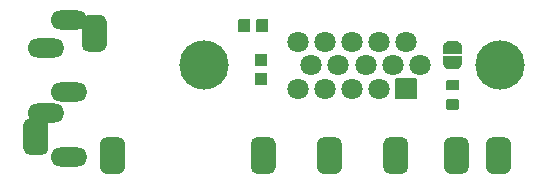
<source format=gbr>
G04 #@! TF.GenerationSoftware,KiCad,Pcbnew,(5.1.10-1-10_14)*
G04 #@! TF.CreationDate,2021-10-22T15:14:23-04:00*
G04 #@! TF.ProjectId,VGA2RT5X,56474132-5254-4355-982e-6b696361645f,1*
G04 #@! TF.SameCoordinates,Original*
G04 #@! TF.FileFunction,Soldermask,Top*
G04 #@! TF.FilePolarity,Negative*
%FSLAX46Y46*%
G04 Gerber Fmt 4.6, Leading zero omitted, Abs format (unit mm)*
G04 Created by KiCad (PCBNEW (5.1.10-1-10_14)) date 2021-10-22 15:14:23*
%MOMM*%
%LPD*%
G01*
G04 APERTURE LIST*
%ADD10C,0.152400*%
%ADD11O,3.117600X1.609600*%
%ADD12C,4.167600*%
%ADD13C,1.801600*%
G04 APERTURE END LIST*
D10*
G36*
X151249802Y-96653887D02*
G01*
X151249802Y-96635466D01*
X151250047Y-96630486D01*
X151254857Y-96581655D01*
X151255588Y-96576725D01*
X151265160Y-96528600D01*
X151266372Y-96523763D01*
X151280616Y-96476808D01*
X151282295Y-96472115D01*
X151301072Y-96426782D01*
X151303204Y-96422274D01*
X151326335Y-96379001D01*
X151328897Y-96374727D01*
X151356157Y-96333928D01*
X151359127Y-96329923D01*
X151390255Y-96291994D01*
X151393603Y-96288300D01*
X151428300Y-96253603D01*
X151431994Y-96250255D01*
X151469923Y-96219127D01*
X151473928Y-96216157D01*
X151514727Y-96188897D01*
X151519001Y-96186335D01*
X151562274Y-96163204D01*
X151566782Y-96161072D01*
X151612115Y-96142295D01*
X151616808Y-96140616D01*
X151663763Y-96126372D01*
X151668600Y-96125160D01*
X151716725Y-96115588D01*
X151721655Y-96114857D01*
X151770486Y-96110047D01*
X151775466Y-96109802D01*
X151793887Y-96109802D01*
X151800000Y-96109200D01*
X152300000Y-96109200D01*
X152306113Y-96109802D01*
X152324534Y-96109802D01*
X152329514Y-96110047D01*
X152378345Y-96114857D01*
X152383275Y-96115588D01*
X152431400Y-96125160D01*
X152436237Y-96126372D01*
X152483192Y-96140616D01*
X152487885Y-96142295D01*
X152533218Y-96161072D01*
X152537726Y-96163204D01*
X152580999Y-96186335D01*
X152585273Y-96188897D01*
X152626072Y-96216157D01*
X152630077Y-96219127D01*
X152668006Y-96250255D01*
X152671700Y-96253603D01*
X152706397Y-96288300D01*
X152709745Y-96291994D01*
X152740873Y-96329923D01*
X152743843Y-96333928D01*
X152771103Y-96374727D01*
X152773665Y-96379001D01*
X152796796Y-96422274D01*
X152798928Y-96426782D01*
X152817705Y-96472115D01*
X152819384Y-96476808D01*
X152833628Y-96523763D01*
X152834840Y-96528600D01*
X152844412Y-96576725D01*
X152845143Y-96581655D01*
X152849953Y-96630486D01*
X152850198Y-96635466D01*
X152850198Y-96653887D01*
X152850800Y-96660000D01*
X152850800Y-97160000D01*
X152849824Y-97169911D01*
X152846933Y-97179440D01*
X152842239Y-97188223D01*
X152835921Y-97195921D01*
X152828223Y-97202239D01*
X152819440Y-97206933D01*
X152809911Y-97209824D01*
X152800000Y-97210800D01*
X151300000Y-97210800D01*
X151290089Y-97209824D01*
X151280560Y-97206933D01*
X151271777Y-97202239D01*
X151264079Y-97195921D01*
X151257761Y-97188223D01*
X151253067Y-97179440D01*
X151250176Y-97169911D01*
X151249200Y-97160000D01*
X151249200Y-96660000D01*
X151249802Y-96653887D01*
G37*
G36*
X151250176Y-97450089D02*
G01*
X151253067Y-97440560D01*
X151257761Y-97431777D01*
X151264079Y-97424079D01*
X151271777Y-97417761D01*
X151280560Y-97413067D01*
X151290089Y-97410176D01*
X151300000Y-97409200D01*
X152800000Y-97409200D01*
X152809911Y-97410176D01*
X152819440Y-97413067D01*
X152828223Y-97417761D01*
X152835921Y-97424079D01*
X152842239Y-97431777D01*
X152846933Y-97440560D01*
X152849824Y-97450089D01*
X152850800Y-97460000D01*
X152850800Y-97960000D01*
X152850198Y-97966113D01*
X152850198Y-97984534D01*
X152849953Y-97989514D01*
X152845143Y-98038345D01*
X152844412Y-98043275D01*
X152834840Y-98091400D01*
X152833628Y-98096237D01*
X152819384Y-98143192D01*
X152817705Y-98147885D01*
X152798928Y-98193218D01*
X152796796Y-98197726D01*
X152773665Y-98240999D01*
X152771103Y-98245273D01*
X152743843Y-98286072D01*
X152740873Y-98290077D01*
X152709745Y-98328006D01*
X152706397Y-98331700D01*
X152671700Y-98366397D01*
X152668006Y-98369745D01*
X152630077Y-98400873D01*
X152626072Y-98403843D01*
X152585273Y-98431103D01*
X152580999Y-98433665D01*
X152537726Y-98456796D01*
X152533218Y-98458928D01*
X152487885Y-98477705D01*
X152483192Y-98479384D01*
X152436237Y-98493628D01*
X152431400Y-98494840D01*
X152383275Y-98504412D01*
X152378345Y-98505143D01*
X152329514Y-98509953D01*
X152324534Y-98510198D01*
X152306113Y-98510198D01*
X152300000Y-98510800D01*
X151800000Y-98510800D01*
X151793887Y-98510198D01*
X151775466Y-98510198D01*
X151770486Y-98509953D01*
X151721655Y-98505143D01*
X151716725Y-98504412D01*
X151668600Y-98494840D01*
X151663763Y-98493628D01*
X151616808Y-98479384D01*
X151612115Y-98477705D01*
X151566782Y-98458928D01*
X151562274Y-98456796D01*
X151519001Y-98433665D01*
X151514727Y-98431103D01*
X151473928Y-98403843D01*
X151469923Y-98400873D01*
X151431994Y-98369745D01*
X151428300Y-98366397D01*
X151393603Y-98331700D01*
X151390255Y-98328006D01*
X151359127Y-98290077D01*
X151356157Y-98286072D01*
X151328897Y-98245273D01*
X151326335Y-98240999D01*
X151303204Y-98197726D01*
X151301072Y-98193218D01*
X151282295Y-98147885D01*
X151280616Y-98143192D01*
X151266372Y-98096237D01*
X151265160Y-98091400D01*
X151255588Y-98043275D01*
X151254857Y-98038345D01*
X151250047Y-97989514D01*
X151249802Y-97984534D01*
X151249802Y-97966113D01*
X151249200Y-97960000D01*
X151249200Y-97460000D01*
X151250176Y-97450089D01*
G37*
G36*
G01*
X151595000Y-99414200D02*
X152525000Y-99414200D01*
G75*
G02*
X152575800Y-99465000I0J-50800D01*
G01*
X152575800Y-100255000D01*
G75*
G02*
X152525000Y-100305800I-50800J0D01*
G01*
X151595000Y-100305800D01*
G75*
G02*
X151544200Y-100255000I0J50800D01*
G01*
X151544200Y-99465000D01*
G75*
G02*
X151595000Y-99414200I50800J0D01*
G01*
G37*
G36*
G01*
X151595000Y-101054200D02*
X152525000Y-101054200D01*
G75*
G02*
X152575800Y-101105000I0J-50800D01*
G01*
X152575800Y-101895000D01*
G75*
G02*
X152525000Y-101945800I-50800J0D01*
G01*
X151595000Y-101945800D01*
G75*
G02*
X151544200Y-101895000I0J50800D01*
G01*
X151544200Y-101105000D01*
G75*
G02*
X151595000Y-101054200I50800J0D01*
G01*
G37*
G36*
G01*
X136465800Y-94345000D02*
X136465800Y-95315000D01*
G75*
G02*
X136415000Y-95365800I-50800J0D01*
G01*
X135495000Y-95365800D01*
G75*
G02*
X135444200Y-95315000I0J50800D01*
G01*
X135444200Y-94345000D01*
G75*
G02*
X135495000Y-94294200I50800J0D01*
G01*
X136415000Y-94294200D01*
G75*
G02*
X136465800Y-94345000I0J-50800D01*
G01*
G37*
G36*
G01*
X134915800Y-94345000D02*
X134915800Y-95315000D01*
G75*
G02*
X134865000Y-95365800I-50800J0D01*
G01*
X133945000Y-95365800D01*
G75*
G02*
X133894200Y-95315000I0J50800D01*
G01*
X133894200Y-94345000D01*
G75*
G02*
X133945000Y-94294200I50800J0D01*
G01*
X134865000Y-94294200D01*
G75*
G02*
X134915800Y-94345000I0J-50800D01*
G01*
G37*
G36*
G01*
X135365000Y-97239200D02*
X136335000Y-97239200D01*
G75*
G02*
X136385800Y-97290000I0J-50800D01*
G01*
X136385800Y-98210000D01*
G75*
G02*
X136335000Y-98260800I-50800J0D01*
G01*
X135365000Y-98260800D01*
G75*
G02*
X135314200Y-98210000I0J50800D01*
G01*
X135314200Y-97290000D01*
G75*
G02*
X135365000Y-97239200I50800J0D01*
G01*
G37*
G36*
G01*
X135365000Y-98789200D02*
X136335000Y-98789200D01*
G75*
G02*
X136385800Y-98840000I0J-50800D01*
G01*
X136385800Y-99760000D01*
G75*
G02*
X136335000Y-99810800I-50800J0D01*
G01*
X135365000Y-99810800D01*
G75*
G02*
X135314200Y-99760000I0J50800D01*
G01*
X135314200Y-98840000D01*
G75*
G02*
X135365000Y-98789200I50800J0D01*
G01*
G37*
D11*
X119610000Y-94320000D03*
X117610000Y-96720000D03*
X119610000Y-100420000D03*
X117610000Y-102220000D03*
X119610000Y-105920000D03*
G36*
G01*
X149025800Y-99320000D02*
X149025800Y-101020000D01*
G75*
G02*
X148975000Y-101070800I-50800J0D01*
G01*
X147275000Y-101070800D01*
G75*
G02*
X147224200Y-101020000I0J50800D01*
G01*
X147224200Y-99320000D01*
G75*
G02*
X147275000Y-99269200I50800J0D01*
G01*
X148975000Y-99269200D01*
G75*
G02*
X149025800Y-99320000I0J-50800D01*
G01*
G37*
D12*
X156040000Y-98190000D03*
X131050000Y-98190000D03*
D13*
X145835000Y-100170000D03*
X143545000Y-100170000D03*
X141255000Y-100170000D03*
X138965000Y-100170000D03*
X149270000Y-98190000D03*
X146980000Y-98190000D03*
X144690000Y-98190000D03*
X142400000Y-98190000D03*
X140110000Y-98190000D03*
X148125000Y-96210000D03*
X145835000Y-96210000D03*
X143545000Y-96210000D03*
X141255000Y-96210000D03*
X138965000Y-96210000D03*
G36*
G01*
X148296068Y-104792120D02*
X148296068Y-106842920D01*
G75*
G02*
X147770668Y-107368320I-525400J0D01*
G01*
X146719868Y-107368320D01*
G75*
G02*
X146194468Y-106842920I0J525400D01*
G01*
X146194468Y-104792120D01*
G75*
G02*
X146719868Y-104266720I525400J0D01*
G01*
X147770668Y-104266720D01*
G75*
G02*
X148296068Y-104792120I0J-525400D01*
G01*
G37*
G36*
G01*
X156996068Y-104792120D02*
X156996068Y-106842920D01*
G75*
G02*
X156470668Y-107368320I-525400J0D01*
G01*
X155419868Y-107368320D01*
G75*
G02*
X154894468Y-106842920I0J525400D01*
G01*
X154894468Y-104792120D01*
G75*
G02*
X155419868Y-104266720I525400J0D01*
G01*
X156470668Y-104266720D01*
G75*
G02*
X156996068Y-104792120I0J-525400D01*
G01*
G37*
G36*
G01*
X137076068Y-104792120D02*
X137076068Y-106842920D01*
G75*
G02*
X136550668Y-107368320I-525400J0D01*
G01*
X135499868Y-107368320D01*
G75*
G02*
X134974468Y-106842920I0J525400D01*
G01*
X134974468Y-104792120D01*
G75*
G02*
X135499868Y-104266720I525400J0D01*
G01*
X136550668Y-104266720D01*
G75*
G02*
X137076068Y-104792120I0J-525400D01*
G01*
G37*
G36*
G01*
X142686068Y-104792120D02*
X142686068Y-106842920D01*
G75*
G02*
X142160668Y-107368320I-525400J0D01*
G01*
X141109868Y-107368320D01*
G75*
G02*
X140584468Y-106842920I0J525400D01*
G01*
X140584468Y-104792120D01*
G75*
G02*
X141109868Y-104266720I525400J0D01*
G01*
X142160668Y-104266720D01*
G75*
G02*
X142686068Y-104792120I0J-525400D01*
G01*
G37*
G36*
G01*
X153436068Y-104792120D02*
X153436068Y-106842920D01*
G75*
G02*
X152910668Y-107368320I-525400J0D01*
G01*
X151859868Y-107368320D01*
G75*
G02*
X151334468Y-106842920I0J525400D01*
G01*
X151334468Y-104792120D01*
G75*
G02*
X151859868Y-104266720I525400J0D01*
G01*
X152910668Y-104266720D01*
G75*
G02*
X153436068Y-104792120I0J-525400D01*
G01*
G37*
G36*
G01*
X124316068Y-104792120D02*
X124316068Y-106842920D01*
G75*
G02*
X123790668Y-107368320I-525400J0D01*
G01*
X122739868Y-107368320D01*
G75*
G02*
X122214468Y-106842920I0J525400D01*
G01*
X122214468Y-104792120D01*
G75*
G02*
X122739868Y-104266720I525400J0D01*
G01*
X123790668Y-104266720D01*
G75*
G02*
X124316068Y-104792120I0J-525400D01*
G01*
G37*
G36*
G01*
X117826068Y-103192120D02*
X117826068Y-105242920D01*
G75*
G02*
X117300668Y-105768320I-525400J0D01*
G01*
X116249868Y-105768320D01*
G75*
G02*
X115724468Y-105242920I0J525400D01*
G01*
X115724468Y-103192120D01*
G75*
G02*
X116249868Y-102666720I525400J0D01*
G01*
X117300668Y-102666720D01*
G75*
G02*
X117826068Y-103192120I0J-525400D01*
G01*
G37*
G36*
G01*
X122766068Y-94442120D02*
X122766068Y-96492920D01*
G75*
G02*
X122240668Y-97018320I-525400J0D01*
G01*
X121189868Y-97018320D01*
G75*
G02*
X120664468Y-96492920I0J525400D01*
G01*
X120664468Y-94442120D01*
G75*
G02*
X121189868Y-93916720I525400J0D01*
G01*
X122240668Y-93916720D01*
G75*
G02*
X122766068Y-94442120I0J-525400D01*
G01*
G37*
M02*

</source>
